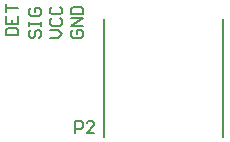
<source format=gto>
G04 Layer_Color=65535*
%FSLAX44Y44*%
%MOMM*%
G71*
G01*
G75*
%ADD16C,0.2000*%
%ADD17C,0.1270*%
D16*
X-281153Y485340D02*
Y585294D01*
Y485340D02*
X-281129Y485316D01*
X-180549Y485293D02*
Y585296D01*
X-180548Y585297D01*
D17*
X-306280Y488820D02*
Y498817D01*
X-301282D01*
X-299615Y497151D01*
Y493818D01*
X-301282Y492152D01*
X-306280D01*
X-289619Y488820D02*
X-296283D01*
X-289619Y495485D01*
Y497151D01*
X-291285Y498817D01*
X-294617D01*
X-296283Y497151D01*
X-307861Y576045D02*
X-309527Y574378D01*
Y571046D01*
X-307861Y569380D01*
X-301196D01*
X-299530Y571046D01*
Y574378D01*
X-301196Y576045D01*
X-304528D01*
Y572712D01*
X-299530Y579377D02*
X-309527D01*
X-299530Y586041D01*
X-309527D01*
Y589374D02*
X-299530D01*
Y594372D01*
X-301196Y596038D01*
X-307861D01*
X-309527Y594372D01*
Y589374D01*
X-327097Y569380D02*
X-320432D01*
X-317100Y572712D01*
X-320432Y576045D01*
X-327097D01*
X-325431Y586041D02*
X-327097Y584375D01*
Y581043D01*
X-325431Y579377D01*
X-318766D01*
X-317100Y581043D01*
Y584375D01*
X-318766Y586041D01*
X-325431Y596038D02*
X-327097Y594372D01*
Y591040D01*
X-325431Y589374D01*
X-318766D01*
X-317100Y591040D01*
Y594372D01*
X-318766Y596038D01*
X-343001Y576554D02*
X-344667Y574888D01*
Y571556D01*
X-343001Y569890D01*
X-341334D01*
X-339668Y571556D01*
Y574888D01*
X-338002Y576554D01*
X-336336D01*
X-334670Y574888D01*
Y571556D01*
X-336336Y569890D01*
X-344667Y579887D02*
Y583219D01*
Y581553D01*
X-334670D01*
Y579887D01*
Y583219D01*
X-343001Y594882D02*
X-344667Y593216D01*
Y589884D01*
X-343001Y588217D01*
X-336336D01*
X-334670Y589884D01*
Y593216D01*
X-336336Y594882D01*
X-339668D01*
Y591550D01*
X-364267Y571670D02*
X-354270D01*
Y576668D01*
X-355936Y578335D01*
X-362601D01*
X-364267Y576668D01*
Y571670D01*
Y588331D02*
Y581667D01*
X-354270D01*
Y588331D01*
X-359268Y581667D02*
Y584999D01*
X-364267Y591664D02*
Y598328D01*
Y594996D01*
X-354270D01*
M02*

</source>
